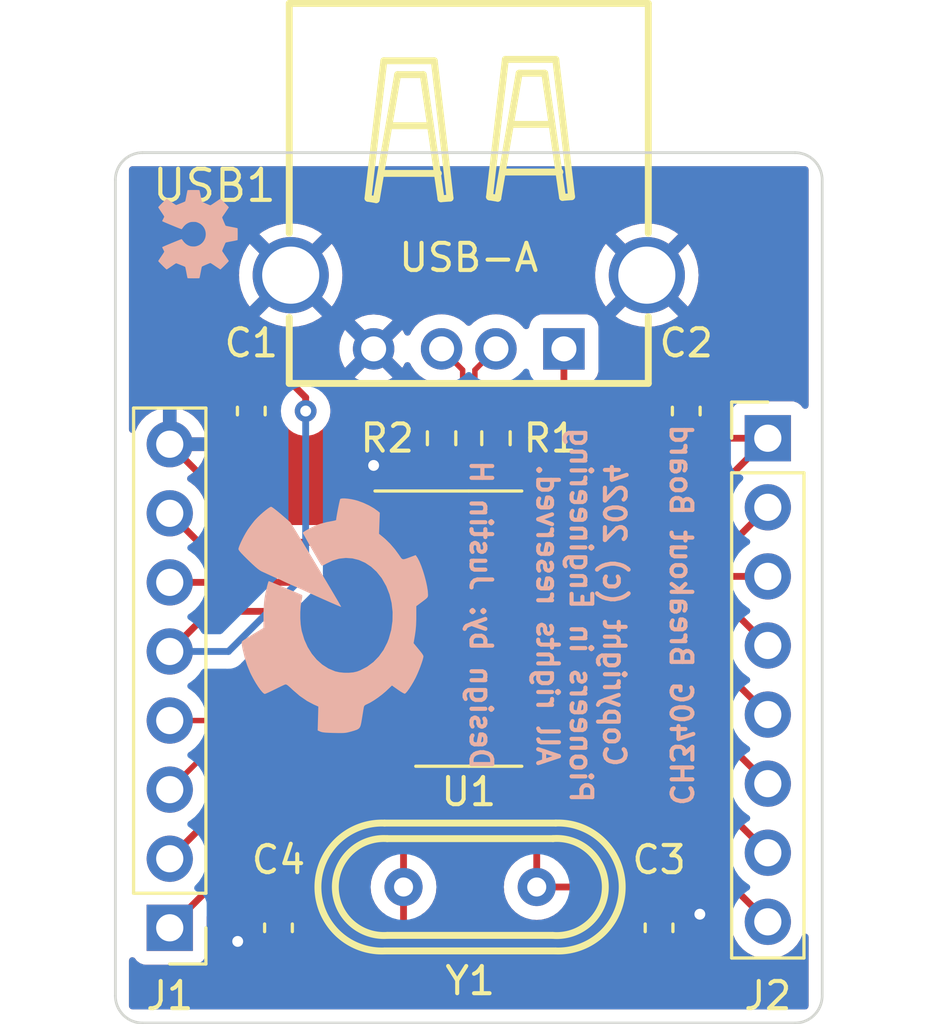
<source format=kicad_pcb>
(kicad_pcb (version 20221018) (generator pcbnew)
  (layers (0 "F.Cu" signal) (31 "B.Cu" signal) (34 "B.Paste" user) (35 "F.Paste" user) (36 "B.SilkS" user "B.Silkscreen") (37 "F.SilkS" user "F.Silkscreen") (38 "B.Mask" user) (39 "F.Mask" user) (44 "Edge.Cuts" user))
  (net 0 "")
  (net 1 "/V3")
  (net 2 "GND")
  (net 3 "/VCC")
  (net 4 "/Xi")
  (net 5 "/Xo")
  (net 6 "/D-")
  (net 7 "/D+")
  (net 8 "/Rx")
  (net 9 "/Tx")
  (net 10 "/R232")
  (net 11 "/RTS")
  (net 12 "/DTR")
  (net 13 "/DCD")
  (net 14 "/RI")
  (net 15 "/DSR")
  (net 16 "/CTS")
  (net 17 "/Data-")
  (net 18 "/Data+")
  (footprint "Package_SO:SOIC-16_3.9x9.9mm_P1.27mm" (layer "F.Cu") (at 70 50)
    (fp_text reference "U1" (at 0 6) (layer "F.SilkS"))
    (fp_text value "CH340G")
    (fp_line (start 0 -5.06) (end -3.45 -5.06) (stroke (width 0.12)) (layer "F.SilkS"))
    (fp_line (start 0 -5.06) (end 1.95 -5.06) (stroke (width 0.12)) (layer "F.SilkS"))
    (fp_line (start 0 5.06) (end -1.95 5.06) (stroke (width 0.12)) (layer "F.SilkS"))
    (fp_line (start 0 5.06) (end 1.95 5.06) (stroke (width 0.12)) (layer "F.SilkS"))
    (pad "1" smd roundrect (at -2.475 -4.445) (size 1.95 0.6) (layers "F.Cu" "F.Paste" "F.Mask") (net 2 "GND"))
    (pad "2" smd roundrect (at -2.475 -3.175) (size 1.95 0.6) (layers "F.Cu" "F.Paste" "F.Mask") (net 9 "/Tx"))
    (pad "3" smd roundrect (at -2.475 -1.905) (size 1.95 0.6) (layers "F.Cu" "F.Paste" "F.Mask") (net 8 "/Rx"))
    (pad "4" smd roundrect (at -2.475 -0.635) (size 1.95 0.6) (layers "F.Cu" "F.Paste" "F.Mask") (net 1 "/V3"))
    (pad "5" smd roundrect (at -2.475 0.635) (size 1.95 0.6) (layers "F.Cu" "F.Paste" "F.Mask") (net 7 "/D+"))
    (pad "6" smd roundrect (at -2.475 1.905) (size 1.95 0.6) (layers "F.Cu" "F.Paste" "F.Mask") (net 6 "/D-"))
    (pad "7" smd roundrect (at -2.475 3.175) (size 1.95 0.6) (layers "F.Cu" "F.Paste" "F.Mask") (net 4 "/Xi"))
    (pad "8" smd roundrect (at -2.475 4.445) (size 1.95 0.6) (layers "F.Cu" "F.Paste" "F.Mask") (net 5 "/Xo"))
    (pad "9" smd roundrect (at 2.475 4.445) (size 1.95 0.6) (layers "F.Cu" "F.Paste" "F.Mask") (net 16 "/CTS"))
    (pad "10" smd roundrect (at 2.475 3.175) (size 1.95 0.6) (layers "F.Cu" "F.Paste" "F.Mask") (net 15 "/DSR"))
    (pad "11" smd roundrect (at 2.475 1.905) (size 1.95 0.6) (layers "F.Cu" "F.Paste" "F.Mask") (net 14 "/RI"))
    (pad "12" smd roundrect (at 2.475 0.635) (size 1.95 0.6) (layers "F.Cu" "F.Paste" "F.Mask") (net 13 "/DCD"))
    (pad "13" smd roundrect (at 2.475 -0.635) (size 1.95 0.6) (layers "F.Cu" "F.Paste" "F.Mask") (net 12 "/DTR"))
    (pad "14" smd roundrect (at 2.475 -1.905) (size 1.95 0.6) (layers "F.Cu" "F.Paste" "F.Mask") (net 11 "/RTS"))
    (pad "15" smd roundrect (at 2.475 -3.175) (size 1.95 0.6) (layers "F.Cu" "F.Paste" "F.Mask") (net 10 "/R232"))
    (pad "16" smd roundrect (at 2.475 -4.445) (size 1.95 0.6) (layers "F.Cu" "F.Paste" "F.Mask") (net 3 "/VCC"))
  )
  (footprint "Capacitor_SMD:C_0603_1608Metric" (layer "F.Cu") (at 77 61 -90)
    (fp_text reference "C3" (at -2.5 0) (layer "F.SilkS"))
    (fp_text value "22pF")
    (fp_line (start -0.14058 -0.51) (end 0.14058 -0.51) (stroke (width 0.12)) (layer "F.SilkS"))
    (fp_line (start -0.14058 0.51) (end 0.14058 0.51) (stroke (width 0.12)) (layer "F.SilkS"))
    (pad "1" smd roundrect (at -0.775 0 270) (size 0.9 0.95) (layers "F.Cu" "F.Paste" "F.Mask") (net 4 "/Xi"))
    (pad "2" smd roundrect (at 0.775 0 270) (size 0.9 0.95) (layers "F.Cu" "F.Paste" "F.Mask") (net 2 "GND"))
  )
  (footprint "Resistor_SMD:R_0603_1608Metric" (layer "F.Cu") (at 69 43 -90)
    (fp_text reference "R2" (at 0 2 -180) (layer "F.SilkS"))
    (fp_text value "22")
    (fp_line (start -0.237258 -0.5225) (end 0.237258 -0.5225) (stroke (width 0.12)) (layer "F.SilkS"))
    (fp_line (start -0.237258 0.5225) (end 0.237258 0.5225) (stroke (width 0.12)) (layer "F.SilkS"))
    (pad "1" smd roundrect (at -0.825 0 270) (size 0.8 0.95) (layers "F.Cu" "F.Paste" "F.Mask") (net 18 "/Data+"))
    (pad "2" smd roundrect (at 0.825 0 270) (size 0.8 0.95) (layers "F.Cu" "F.Paste" "F.Mask") (net 7 "/D+"))
  )
  (footprint "PiE_Footprints:JYJE S1C12000VWFAC" (layer "F.Cu") (at 70.05 59.5 180)
    (fp_text reference "Y1" (at 0 -3.45 unlocked) (layer "F.SilkS"))
    (fp_text value "12MHz")
    (fp_line (start -3.048 -1.778) (end 3.048 -1.778) (stroke (width 0.254)) (layer "F.SilkS"))
    (fp_line (start -3.048 1.778) (end 3.048 1.778) (stroke (width 0.254)) (layer "F.SilkS"))
    (fp_line (start 3.15 -2.35) (end -3.149 -2.35) (stroke (width 0.254)) (layer "F.SilkS"))
    (fp_line (start 3.15 2.35) (end -3.149 2.35) (stroke (width 0.254)) (layer "F.SilkS"))
    (fp_arc (start -3.149 2.351) (mid -5.593799 -0.000125) (end -3.148751 -2.35099) (stroke (width 0.254)) (layer "F.SilkS"))
    (fp_arc (start -3.048 1.779) (mid -4.9725 0.000161) (end -3.048321 -1.779025) (stroke (width 0.254)) (layer "F.SilkS"))
    (fp_arc (start 3.048 -1.778) (mid 4.958601 -0.000784) (end 3.049563 1.778112) (stroke (width 0.254)) (layer "F.SilkS"))
    (fp_arc (start 3.15 -2.351) (mid 5.600042 -0.00065) (end 3.1493 2.348971) (stroke (width 0.254)) (layer "F.SilkS"))
    (pad "1" thru_hole circle (at -2.45 0 180) (size 1.4 1.4) (drill 0.7) (layers "*.Cu" "*.Mask") (net 4 "/Xi"))
    (pad "2" thru_hole circle (at 2.45 0 180) (size 1.4 1.4) (drill 0.7) (layers "*.Cu" "*.Mask") (net 5 "/Xo"))
  )
  (footprint "Resistor_SMD:R_0603_1608Metric" (layer "F.Cu") (at 71 43 -90)
    (fp_text reference "R1" (at 0 -2 -180) (layer "F.SilkS"))
    (fp_text value "22")
    (fp_line (start -0.237258 -0.5225) (end 0.237258 -0.5225) (stroke (width 0.12)) (layer "F.SilkS"))
    (fp_line (start -0.237258 0.5225) (end 0.237258 0.5225) (stroke (width 0.12)) (layer "F.SilkS"))
    (pad "1" smd roundrect (at -0.825 0 270) (size 0.8 0.95) (layers "F.Cu" "F.Paste" "F.Mask") (net 17 "/Data-"))
    (pad "2" smd roundrect (at 0.825 0 270) (size 0.8 0.95) (layers "F.Cu" "F.Paste" "F.Mask") (net 6 "/D-"))
  )
  (footprint "Capacitor_SMD:C_0603_1608Metric" (layer "F.Cu") (at 78 42 90)
    (fp_text reference "C2" (at 2.5 0 180) (layer "F.SilkS"))
    (fp_text value "0.1uF")
    (fp_line (start -0.14058 -0.51) (end 0.14058 -0.51) (stroke (width 0.12)) (layer "F.SilkS"))
    (fp_line (start -0.14058 0.51) (end 0.14058 0.51) (stroke (width 0.12)) (layer "F.SilkS"))
    (pad "1" smd roundrect (at -0.775 0 90) (size 0.9 0.95) (layers "F.Cu" "F.Paste" "F.Mask") (net 3 "/VCC"))
    (pad "2" smd roundrect (at 0.775 0 90) (size 0.9 0.95) (layers "F.Cu" "F.Paste" "F.Mask") (net 2 "GND"))
  )
  (footprint "Connector_PinHeader_2.54mm:PinHeader_1x08_P2.54mm_Vertical" (layer "F.Cu") (at 59 61 180)
    (fp_text reference "J1" (at 0 -2.5) (layer "F.SilkS"))
    (fp_text value "Conn_01x08_Pin")
    (fp_line (start -1.33 -1.33) (end 0 -1.33) (stroke (width 0.12)) (layer "F.SilkS"))
    (fp_line (start -1.33 0) (end -1.33 -1.33) (stroke (width 0.12)) (layer "F.SilkS"))
    (fp_line (start -1.33 1.27) (end -1.33 19.11) (stroke (width 0.12)) (layer "F.SilkS"))
    (fp_line (start -1.33 1.27) (end 1.33 1.27) (stroke (width 0.12)) (layer "F.SilkS"))
    (fp_line (start -1.33 19.11) (end 1.33 19.11) (stroke (width 0.12)) (layer "F.SilkS"))
    (fp_line (start 1.33 1.27) (end 1.33 19.11) (stroke (width 0.12)) (layer "F.SilkS"))
    (pad "1" thru_hole rect (at 0 0 180) (size 1.7 1.7) (drill 1) (layers "*.Cu" "*.Mask") (net 5 "/Xo"))
    (pad "2" thru_hole oval (at 0 2.54 180) (size 1.7 1.7) (drill 1) (layers "*.Cu" "*.Mask") (net 4 "/Xi"))
    (pad "3" thru_hole oval (at 0 5.08 180) (size 1.7 1.7) (drill 1) (layers "*.Cu" "*.Mask") (net 6 "/D-"))
    (pad "4" thru_hole oval (at 0 7.62 180) (size 1.7 1.7) (drill 1) (layers "*.Cu" "*.Mask") (net 7 "/D+"))
    (pad "5" thru_hole oval (at 0 10.16 180) (size 1.7 1.7) (drill 1) (layers "*.Cu" "*.Mask") (net 1 "/V3"))
    (pad "6" thru_hole oval (at 0 12.7 180) (size 1.7 1.7) (drill 1) (layers "*.Cu" "*.Mask") (net 8 "/Rx"))
    (pad "7" thru_hole oval (at 0 15.24 180) (size 1.7 1.7) (drill 1) (layers "*.Cu" "*.Mask") (net 9 "/Tx"))
    (pad "8" thru_hole oval (at 0 17.78 180) (size 1.7 1.7) (drill 1) (layers "*.Cu" "*.Mask") (net 2 "GND"))
  )
  (footprint "Capacitor_SMD:C_0603_1608Metric" (layer "F.Cu") (at 63 61 90)
    (fp_text reference "C4" (at 2.5 0 180) (layer "F.SilkS"))
    (fp_text value "22pF")
    (fp_line (start -0.14058 -0.51) (end 0.14058 -0.51) (stroke (width 0.12)) (layer "F.SilkS"))
    (fp_line (start -0.14058 0.51) (end 0.14058 0.51) (stroke (width 0.12)) (layer "F.SilkS"))
    (pad "1" smd roundrect (at -0.775 0 90) (size 0.9 0.95) (layers "F.Cu" "F.Paste" "F.Mask") (net 5 "/Xo"))
    (pad "2" smd roundrect (at 0.775 0 90) (size 0.9 0.95) (layers "F.Cu" "F.Paste" "F.Mask") (net 2 "GND"))
  )
  (footprint "Connector_PinHeader_2.54mm:PinHeader_1x08_P2.54mm_Vertical" (layer "F.Cu") (at 81 43)
    (fp_text reference "J2" (at 0 20.5) (layer "F.SilkS"))
    (fp_text value "Conn_01x08_Pin")
    (fp_line (start -1.33 -1.33) (end 0 -1.33) (stroke (width 0.12)) (layer "F.SilkS"))
    (fp_line (start -1.33 0) (end -1.33 -1.33) (stroke (width 0.12)) (layer "F.SilkS"))
    (fp_line (start -1.33 1.27) (end -1.33 19.11) (stroke (width 0.12)) (layer "F.SilkS"))
    (fp_line (start -1.33 1.27) (end 1.33 1.27) (stroke (width 0.12)) (layer "F.SilkS"))
    (fp_line (start -1.33 19.11) (end 1.33 19.11) (stroke (width 0.12)) (layer "F.SilkS"))
    (fp_line (start 1.33 1.27) (end 1.33 19.11) (stroke (width 0.12)) (layer "F.SilkS"))
    (pad "1" thru_hole rect (at 0 0) (size 1.7 1.7) (drill 1) (layers "*.Cu" "*.Mask") (net 3 "/VCC"))
    (pad "2" thru_hole oval (at 0 2.54) (size 1.7 1.7) (drill 1) (layers "*.Cu" "*.Mask") (net 10 "/R232"))
    (pad "3" thru_hole oval (at 0 5.08) (size 1.7 1.7) (drill 1) (layers "*.Cu" "*.Mask") (net 11 "/RTS"))
    (pad "4" thru_hole oval (at 0 7.62) (size 1.7 1.7) (drill 1) (layers "*.Cu" "*.Mask") (net 12 "/DTR"))
    (pad "5" thru_hole oval (at 0 10.16) (size 1.7 1.7) (drill 1) (layers "*.Cu" "*.Mask") (net 13 "/DCD"))
    (pad "6" thru_hole oval (at 0 12.7) (size 1.7 1.7) (drill 1) (layers "*.Cu" "*.Mask") (net 14 "/RI"))
    (pad "7" thru_hole oval (at 0 15.24) (size 1.7 1.7) (drill 1) (layers "*.Cu" "*.Mask") (net 15 "/DSR"))
    (pad "8" thru_hole oval (at 0 17.78) (size 1.7 1.7) (drill 1) (layers "*.Cu" "*.Mask") (net 16 "/CTS"))
  )
  (footprint "PiE_Footprints:USB-A_female" (layer "F.Cu") (at 70 38.36 180)
    (fp_text reference "USB1" (at 7 4.645) (layer "F.SilkS") (effects (font (size 1.143 1.143) (thickness 0.152)) (justify right)))
    (fp_text value "USB_Type_A" hide)
    (fp_text user "USB-A" (at 0 2) (layer "F.SilkS"))
    (fp_line (start -6.604 -2.625) (end -6.604 -0.175) (stroke (width 0.254)) (layer "F.SilkS"))
    (fp_line (start -6.604 -2.625) (end 6.604 -2.625) (stroke (width 0.254)) (layer "F.SilkS"))
    (fp_line (start -6.604 11.345) (end -6.604 2.9) (stroke (width 0.254)) (layer "F.SilkS"))
    (fp_line (start -3.782 4.241) (end -3.2 9.288) (stroke (width 0.254)) (layer "F.SilkS"))
    (fp_line (start -3.449 4.215) (end -3.782 4.241) (stroke (width 0.254)) (layer "F.SilkS"))
    (fp_line (start -3.353 5.147) (end -1.27 5.147) (stroke (width 0.254)) (layer "F.SilkS"))
    (fp_line (start -3.2 9.288) (end -1.346 9.288) (stroke (width 0.254)) (layer "F.SilkS"))
    (fp_line (start -3.023 6.9) (end -1.575 6.9) (stroke (width 0.254)) (layer "F.SilkS"))
    (fp_line (start -2.794 8.78) (end -3.449 4.215) (stroke (width 0.254)) (layer "F.SilkS"))
    (fp_line (start -1.854 8.78) (end -2.794 8.78) (stroke (width 0.254)) (layer "F.SilkS"))
    (fp_line (start -1.346 9.288) (end -0.762 4.233) (stroke (width 0.254)) (layer "F.SilkS"))
    (fp_line (start -1.067 4.182) (end -1.854 8.78) (stroke (width 0.254)) (layer "F.SilkS"))
    (fp_line (start -0.762 4.233) (end -1.067 4.182) (stroke (width 0.254)) (layer "F.SilkS"))
    (fp_line (start 0.688 4.19) (end 1.021 4.164) (stroke (width 0.254)) (layer "F.SilkS"))
    (fp_line (start 1.021 4.164) (end 1.676 8.729) (stroke (width 0.254)) (layer "F.SilkS"))
    (fp_line (start 1.118 5.097) (end 3.2 5.097) (stroke (width 0.254)) (layer "F.SilkS"))
    (fp_line (start 1.27 9.237) (end 0.688 4.19) (stroke (width 0.254)) (layer "F.SilkS"))
    (fp_line (start 1.448 6.849) (end 2.896 6.849) (stroke (width 0.254)) (layer "F.SilkS"))
    (fp_line (start 1.676 8.729) (end 2.616 8.729) (stroke (width 0.254)) (layer "F.SilkS"))
    (fp_line (start 2.616 8.729) (end 3.404 4.131) (stroke (width 0.254)) (layer "F.SilkS"))
    (fp_line (start 3.124 9.237) (end 1.27 9.237) (stroke (width 0.254)) (layer "F.SilkS"))
    (fp_line (start 3.404 4.131) (end 3.708 4.182) (stroke (width 0.254)) (layer "F.SilkS"))
    (fp_line (start 3.708 4.182) (end 3.124 9.237) (stroke (width 0.254)) (layer "F.SilkS"))
    (fp_line (start 6.604 -2.625) (end 6.604 -0.2) (stroke (width 0.254)) (layer "F.SilkS"))
    (fp_line (start 6.604 11.345) (end -6.604 11.345) (stroke (width 0.254)) (layer "F.SilkS"))
    (fp_line (start 6.604 11.345) (end 6.604 2.9) (stroke (width 0.254)) (layer "F.SilkS"))
    (pad "1" thru_hole rect (at -3.5 -1.355 180) (size 1.524 1.524) (drill 0.92) (layers "*.Cu" "*.Mask") (net 3 "/VCC"))
    (pad "2" thru_hole circle (at -1 -1.355 180) (size 1.524 1.524) (drill 0.92) (layers "*.Cu" "*.Mask") (net 17 "/Data-"))
    (pad "3" thru_hole circle (at 1 -1.355 180) (size 1.524 1.524) (drill 0.92) (layers "*.Cu" "*.Mask") (net 18 "/Data+"))
    (pad "4" thru_hole circle (at 3.5 -1.355 180) (size 1.524 1.524) (drill 0.92) (layers "*.Cu" "*.Mask") (net 2 "GND"))
    (pad "5" thru_hole circle (at 6.55 1.355 180) (size 2.8 2.8) (drill 2.1) (layers "*.Cu" "*.Mask") (net 2 "GND"))
    (pad "6" thru_hole circle (at -6.55 1.355 180) (size 2.8 2.8) (drill 2.1) (layers "*.Cu" "*.Mask") (net 2 "GND"))
  )
  (footprint "Capacitor_SMD:C_0603_1608Metric" (layer "F.Cu") (at 62 42 -90)
    (fp_text reference "C1" (at -2.5 0) (layer "F.SilkS"))
    (fp_text value "0.01uF")
    (fp_line (start -0.14058 -0.51) (end 0.14058 -0.51) (stroke (width 0.12)) (layer "F.SilkS"))
    (fp_line (start -0.14058 0.51) (end 0.14058 0.51) (stroke (width 0.12)) (layer "F.SilkS"))
    (pad "1" smd roundrect (at -0.775 0 270) (size 0.9 0.95) (layers "F.Cu" "F.Paste" "F.Mask") (net 1 "/V3"))
    (pad "2" smd roundrect (at 0.775 0 270) (size 0.9 0.95) (layers "F.Cu" "F.Paste" "F.Mask") (net 2 "GND"))
  )
  (footprint "PiE_Footprints:Open Source Hardware 3mm" (layer "B.Cu") (at 60 35.5 90)
    (fp_text reference "G***" hide)
    (fp_text value "LOGO" hide)
    (fp_poly (pts (xy 0.027798 1.499964) (xy 0.069666 1.499775) (xy 0.109181 1.499409) (xy 0.144861 1.498865) (xy 0.175224 1.498144) (xy 0.198786 1.497246) (xy 0.214066 1.49617) (xy 0.219388 1.495147) (xy 0.222698 1.488308) (xy 0.227617 1.47093) (xy 0.234158 1.442951) (xy 0.242333 1.40431) (xy 0.252157 1.354946) (xy 0.263643 1.294797) (xy 0.266874 1.277537) (xy 0.277582 1.220659) (xy 0.28664 1.173769) (xy 0.294239 1.13602) (xy 0.300569 1.106564) (xy 0.305819 1.084553) (xy 0.31018 1.069141) (xy 0.313841 1.059479) (xy 0.316764 1.054932) (xy 0.323761 1.050884) (xy 0.339336 1.043418) (xy 0.361867 1.033218) (xy 0.389736 1.020967) (xy 0.421322 1.00735) (xy 0.455006 0.993051) (xy 0.489167 0.978752) (xy 0.522187 0.965139) (xy 0.552444 0.952895) (xy 0.57832 0.942704) (xy 0.598195 0.93525) (xy 0.608414 0.931798) (xy 0.622949 0.931272) (xy 0.631482 0.933962) (xy 0.638399 0.938334) (xy 0.65328 0.948204) (xy 0.675036 0.962835) (xy 0.70258 0.98149) (xy 0.734822 1.003433) (xy 0.770677 1.027926) (xy 0.808918 1.05414) (xy 0.847252 1.080373) (xy 0.883047 1.104702) (xy 0.915219 1.126402) (xy 0.942684 1.144751) (xy 0.96436 1.159023) (xy 0.979163 1.168496) (xy 0.98601 1.172445) (xy 0.986014 1.172446) (xy 0.989982 1.172252) (xy 0.996337 1.168994) (xy 1.005772 1.162043) (xy 1.018979 1.150771) (xy 1.036651 1.134547) (xy 1.059479 1.112742) (xy 1.088156 1.084728) (xy 1.123375 1.049875) (xy 1.149504 1.023853) (xy 1.183229 0.990019) (xy 1.214377 0.958407) (xy 1.242111 0.929895) (xy 1.265593 0.90536) (xy 1.283986 0.88568) (xy 1.296452 0.871731) (xy 1.302152 0.864392) (xy 1.302423 0.863668) (xy 1.299408 0.857567) (xy 1.290814 0.843464) (xy 1.277321 0.822392) (xy 1.259608 0.795386) (xy 1.238353 0.763478) (xy 1.214236 0.727702) (xy 1.187935 0.689092) (xy 1.183355 0.682407) (xy 1.147575 0.629843) (xy 1.118111 0.585722) (xy 1.09501 0.55012) (xy 1.078321 0.52311) (xy 1.068089 0.504768) (xy 1.064363 0.495167) (xy 1.064347 0.494811) (xy 1.066537 0.485713) (xy 1.072608 0.468274) (xy 1.081872 0.444095) (xy 1.093642 0.414777) (xy 1.107228 0.381925) (xy 1.121941 0.347139) (xy 1.137095 0.312021) (xy 1.151999 0.278175) (xy 1.165966 0.247201) (xy 1.178307 0.220703) (xy 1.188334 0.200283) (xy 1.195357 0.187541) (xy 1.197768 0.184316) (xy 1.206032 0.180607) (xy 1.224338 0.175425) (xy 1.252846 0.168734) (xy 1.291717 0.160497) (xy 1.341113 0.150681) (xy 1.401195 0.139249) (xy 1.408922 0.137806) (xy 1.454784 0.129116) (xy 1.497417 0.120772) (xy 1.535566 0.11304) (xy 1.567979 0.106183) (xy 1.593403 0.100469) (xy 1.610586 0.096161) (xy 1.618274 0.093527) (xy 1.618396 0.093436) (xy 1.620525 0.090413) (xy 1.622263 0.084551) (xy 1.623648 0.074844) (xy 1.624717 0.060286) (xy 1.625509 0.039869) (xy 1.62606 0.012588) (xy 1.62641 -0.022565) (xy 1.626596 -0.066596) (xy 1.626655 -0.120512) (xy 1.626655 -0.126396) (xy 1.626589 -0.182352) (xy 1.626371 -0.22825) (xy 1.625969 -0.265018) (xy 1.625352 -0.293589) (xy 1.624487 -0.314892) (xy 1.623345 -0.329858) (xy 1.621892 -0.339419) (xy 1.620099 -0.344505) (xy 1.619248 -0.34552) (xy 1.61229 -0.347912) (xy 1.595784 -0.351985) (xy 1.571 -0.357476) (xy 1.539207 -0.364118) (xy 1.501674 -0.371645) (xy 1.459671 -0.379793) (xy 1.41729 -0.387772) (xy 1.37202 -0.396319) (xy 1.329835 -0.404562) (xy 1.292041 -0.412226) (xy 1.259945 -0.419034) (xy 1.234851 -0.424708) (xy 1.218067 -0.428974) (xy 1.211082 -0.431419) (xy 1.205439 -0.438422) (xy 1.19692 -0.454154) (xy 1.185365 -0.47897) (xy 1.170614 -0.513223) (xy 1.152507 -0.557268) (xy 1.13867 -0.591799) (xy 1.12321 -0.630797) (xy 1.108985 -0.666888) (xy 1.096529 -0.698696) (xy 1.08638 -0.724845) (xy 1.079072 -0.743958) (xy 1.075142 -0.754662) (xy 1.074697 -0.756044) (xy 1.074009 -0.759867) (xy 1.074406 -0.764425) (xy 1.076415 -0.770566) (xy 1.080564 -0.779139) (xy 1.087382 -0.790992) (xy 1.097397 -0.806974) (xy 1.111138 -0.827932) (xy 1.129131 -0.854715) (xy 1.151905 -0.888172) (xy 1.179989 -0.92915) (xy 1.206198 -0.967285) (xy 1.229709 -1.001678) (xy 1.251194 -1.033499) (xy 1.269851 -1.061528) (xy 1.284876 -1.084544) (xy 1.295467 -1.101327) (xy 1.30082 -1.110657) (xy 1.301277 -1.11179) (xy 1.298177 -1.118141) (xy 1.288125 -1.131022) (xy 1.272148 -1.149401) (xy 1.251271 -1.172246) (xy 1.226519 -1.198526) (xy 1.198919 -1.22721) (xy 1.169496 -1.257266) (xy 1.139275 -1.287662) (xy 1.109282 -1.317367) (xy 1.080544 -1.34535) (xy 1.054085 -1.370578) (xy 1.030931 -1.392021) (xy 1.012108 -1.408647) (xy 0.998642 -1.419425) (xy 0.991558 -1.423323) (xy 0.991508 -1.423323) (xy 0.984382 -1.420295) (xy 0.969359 -1.411685) (xy 0.947553 -1.398206) (xy 0.920077 -1.380572) (xy 0.888043 -1.359496) (xy 0.852566 -1.33569) (xy 0.819913 -1.313414) (xy 0.776261 -1.283667) (xy 0.737712 -1.257912) (xy 0.704978 -1.236602) (xy 0.678776 -1.220191) (xy 0.659819 -1.209135) (xy 0.648821 -1.203886) (xy 0.647 -1.203505) (xy 0.637724 -1.206023) (xy 0.620901 -1.212952) (xy 0.598586 -1.22336) (xy 0.572837 -1.236312) (xy 0.560636 -1.242743) (xy 0.529759 -1.258878) (xy 0.507141 -1.269751) (xy 0.491661 -1.275826) (xy 0.4822 -1.277569) (xy 0.478896 -1.276699) (xy 0.475174 -1.270671) (xy 0.467801 -1.255474) (xy 0.457189 -1.232115) (xy 0.443756 -1.201601) (xy 0.427916 -1.164939) (xy 0.410084 -1.123135) (xy 0.390676 -1.077198) (xy 0.370108 -1.028134) (xy 0.348794 -0.976949) (xy 0.32715 -0.924652) (xy 0.305591 -0.872248) (xy 0.284532 -0.820745) (xy 0.26439 -0.77115) (xy 0.245579 -0.72447) (xy 0.228514 -0.681712) (xy 0.213611 -0.643883) (xy 0.201285 -0.611989) (xy 0.191952 -0.587038) (xy 0.186026 -0.570037) (xy 0.183924 -0.561993) (xy 0.183964 -0.561622) (xy 0.189693 -0.554677) (xy 0.202504 -0.543626) (xy 0.220212 -0.530266) (xy 0.232014 -0.522068) (xy 0.290573 -0.478067) (xy 0.339334 -0.431224) (xy 0.379362 -0.380349) (xy 0.411726 -0.32425) (xy 0.41461 -0.318249) (xy 0.429222 -0.285253) (xy 0.439758 -0.2556) (xy 0.446815 -0.226276) (xy 0.450991 -0.194266) (xy 0.452883 -0.156554) (xy 0.453165 -0.123648) (xy 0.452955 -0.091125) (xy 0.452264 -0.066786) (xy 0.450714 -0.047827) (xy 0.447926 -0.03144) (xy 0.443524 -0.014821) (xy 0.437128 0.004838) (xy 0.435024 0.010991) (xy 0.407298 0.077308) (xy 0.372105 0.135934) (xy 0.328813 0.187788) (xy 0.286809 0.225909) (xy 0.230448 0.264526) (xy 0.169767 0.293644) (xy 0.105979 0.313265) (xy 0.040293 0.323388) (xy -0.026078 0.324013) (xy -0.091922 0.31514) (xy -0.15603 0.296769) (xy -0.217189 0.2689) (xy -0.274188 0.231533) (xy -0.281314 0.225909) (xy -0.332774 0.177551) (xy -0.375808 0.122573) (xy -0.409836 0.061958) (xy -0.434275 -0.00331) (xy -0.445444 -0.051683) (xy -0.448665 -0.081383) (xy -0.449671 -0.117643) (xy -0.448621 -0.156684) (xy -0.445676 -0.194728) (xy -0.440995 -0.227998) (xy -0.437296 -0.244548) (xy -0.41393 -0.309466) (xy -0.380481 -0.370314) (xy -0.337203 -0.426757) (xy -0.28435 -0.47846) (xy -0.22672 -0.522068) (xy -0.207101 -0.535925) (xy -0.191097 -0.548536) (xy -0.180893 -0.558111) (xy -0.178475 -0.561622) (xy -0.179968 -0.568238) (xy -0.185346 -0.583961) (xy -0.194195 -0.607785) (xy -0.206098 -0.638703) (xy -0.22064 -0.675708) (xy -0.237407 -0.717792) (xy -0.255982 -0.763948) (xy -0.275951 -0.813171) (xy -0.296898 -0.864452) (xy -0.318408 -0.916785) (xy -0.340066 -0.969162) (xy -0.361455 -1.020577) (xy -0.382162 -1.070023) (xy -0.401769 -1.116493) (xy -0.419864 -1.158979) (xy -0.436029 -1.196476) (xy -0.449849 -1.227975) (xy -0.46091 -1.25247) (xy -0.468796 -1.268954) (xy -0.473092 -1.276419) (xy -0.4734 -1.276699) (xy -0.479731 -1.277378) (xy -0.491393 -1.27401) (xy -0.509507 -1.26613) (xy -0.535195 -1.253271) (xy -0.555141 -1.242743) (xy -0.581767 -1.228949) (xy -0.605887 -1.217277) (xy -0.625444 -1.208661) (xy -0.638382 -1.204036) (xy -0.641505 -1.203505) (xy -0.649583 -1.206639) (xy -0.665867 -1.215738) (xy -0.689644 -1.230348) (xy -0.720199 -1.250015) (xy -0.756818 -1.274284) (xy -0.798786 -1.302702) (xy -0.814418 -1.313414) (xy -0.851978 -1.339008) (xy -0.887059 -1.36249) (xy -0.918547 -1.383147) (xy -0.945329 -1.400267) (xy -0.966292 -1.413135) (xy -0.980322 -1.421039) (xy -0.986013 -1.423323) (xy -0.992959 -1.419793) (xy -1.006445 -1.409095) (xy -1.026646 -1.391065) (xy -1.053738 -1.365541) (xy -1.087894 -1.332361) (xy -1.129291 -1.29136) (xy -1.148055 -1.272595) (xy -1.189074 -1.231292) (xy -1.222642 -1.197063) (xy -1.249244 -1.169381) (xy -1.269363 -1.147717) (xy -1.283486 -1.131543) (xy -1.292098 -1.120331) (xy -1.295684 -1.113553) (xy -1.295782 -1.11179) (xy -1.292088 -1.104836) (xy -1.282926 -1.090077) (xy -1.269097 -1.068733) (xy -1.251405 -1.042025) (xy -1.230653 -1.011172) (xy -1.207643 -0.977396) (xy -1.200702 -0.967285) (xy -1.168064 -0.919783) (xy -1.141151 -0.880472) (xy -1.119435 -0.848502) (xy -1.102389 -0.823026) (xy -1.089483 -0.803195) (xy -1.080191 -0.78816) (xy -1.073983 -0.777074) (xy -1.070332 -0.769088) (xy -1.068709 -0.763354) (xy -1.068587 -0.759023) (xy -1.069202 -0.756044) (xy -1.071993 -0.748184) (xy -1.078326 -0.731494) (xy -1.087664 -0.707348) (xy -1.099472 -0.677123) (xy -1.113213 -0.642195) (xy -1.128353 -0.603939) (xy -1.133174 -0.591799) (xy -1.153579 -0.541112) (xy -1.170522 -0.500449) (xy -1.184165 -0.469457) (xy -1.194666 -0.447781) (xy -1.202185 -0.435068) (xy -1.205586 -0.431419) (xy -1.213557 -0.428697) (xy -1.23104 -0.424311) (xy -1.256729 -0.418537) (xy -1.289319 -0.411653) (xy -1.327504 -0.403934) (xy -1.369978 -0.395656) (xy -1.411794 -0.387772) (xy -1.45684 -0.379284) (xy -1.498606 -0.371166) (xy -1.535826 -0.363685) (xy -1.567228 -0.357106) (xy -1.591544 -0.351694) (xy -1.607504 -0.347715) (xy -1.613753 -0.34552) (xy -1.615697 -0.342016) (xy -1.617287 -0.334423) (xy -1.618554 -0.32181) (xy -1.61953 -0.303245) (xy -1.620246 -0.277799) (xy -1.620733 -0.244541) (xy -1.621024 -0.20254) (xy -1.621149 -0.150865) (xy -1.62116 -0.126396) (xy -1.621111 -0.071452) (xy -1.62094 -0.026492) (xy -1.620608 0.009491) (xy -1.620078 0.037503) (xy -1.619311 0.058551) (xy -1.618271 0.073642) (xy -1.616919 0.083782) (xy -1.615218 0.089978) (xy -1.613129 0.093236) (xy -1.6129 0.093436) (xy -1.605769 0.095971) (xy -1.589075 0.100194) (xy -1.564071 0.105838) (xy -1.532008 0.112638) (xy -1.494141 0.12033) (xy -1.451722 0.128648) (xy -1.406004 0.137325) (xy -1.403426 0.137806) (xy -1.342085 0.149429) (xy -1.291448 0.159433) (xy -1.251355 0.167852) (xy -1.221644 0.174722) (xy -1.202155 0.180078) (xy -1.192726 0.183957) (xy -1.192273 0.184316) (xy -1.187287 0.191917) (xy -1.178902 0.208119) (xy -1.167808 0.231319) (xy -1.154691 0.259916) (xy -1.140242 0.292306) (xy -1.125147 0.326889) (xy -1.110097 0.362061) (xy -1.095778 0.396221) (xy -1.082881 0.427766) (xy -1.072092 0.455095) (xy -1.064101 0.476605) (xy -1.059596 0.490694) (xy -1.058852 0.494811) (xy -1.062102 0.503772) (xy -1.071861 0.521481) (xy -1.088082 0.547862) (xy -1.110717 0.58284) (xy -1.139719 0.626343) (xy -1.175041 0.678295) (xy -1.17786 0.682407) (xy -1.20446 0.721391) (xy -1.228991 0.757715) (xy -1.250774 0.790344) (xy -1.269129 0.818246) (xy -1.283378 0.840386) (xy -1.292841 0.855731) (xy -1.29684 0.863247) (xy -1.296928 0.863668) (xy -1.293155 0.869113) (xy -1.282397 0.881399) (xy -1.265489 0.89965) (xy -1.243271 0.922987) (xy -1.216579 0.950533) (xy -1.186252 0.981411) (xy -1.153127 1.014742) (xy -1.144009 1.023853) (xy -1.104268 1.063384) (xy -1.071509 1.095677) (xy -1.045039 1.121359) (xy -1.024167 1.141061) (xy -1.008199 1.155411) (xy -0.996444 1.165039) (xy -0.98821 1.170573) (xy -0.982803 1.172644) (xy -0.980519 1.172446) (xy -0.973687 1.168508) (xy -0.958898 1.159044) (xy -0.937233 1.144779) (xy -0.909776 1.126438) (xy -0.877612 1.104743) (xy -0.841822 1.080418) (xy -0.803492 1.054187) (xy -0.803423 1.05414) (xy -0.765052 1.027838) (xy -0.729208 1.003352) (xy -0.69698 0.981419) (xy -0.669455 0.962777) (xy -0.64772 0.948161) (xy -0.632866 0.938309) (xy -0.625987 0.933962) (xy -0.611941 0.930755) (xy -0.602919 0.931798) (xy -0.588688 0.936702) (xy -0.567219 0.94487) (xy -0.540133 0.955618) (xy -0.509049 0.96826) (xy -0.475589 0.982112) (xy -0.441371 0.996491) (xy -0.408016 1.01071) (xy -0.377145 1.024087) (xy -0.350376 1.035935) (xy -0.329331 1.045572) (xy -0.315629 1.052312) (xy -0.311121 1.055079) (xy -0.307939 1.060067) (xy -0.304295 1.069739) (xy -0.299993 1.084971) (xy -0.294837 1.106635) (xy -0.288632 1.135604) (xy -0.281182 1.172753) (xy -0.272291 1.218954) (xy -0.261765 1.275081) (xy -0.261287 1.27765) (xy -0.249531 1.340036) (xy -0.239427 1.391701) (xy -0.230945 1.432782) (xy -0.224055 1.46342) (xy -0.218728 1.483753) (xy -0.214932 1.493922) (xy -0.213948 1.495112) (xy -0.206627 1.496336) (xy -0.189799 1.497384) (xy -0.164946 1.498256) (xy -0.133551 1.498951) (xy -0.097097 1.499469) (xy -0.057066 1.499811) (xy -0.01494 1.499976)) (fill solid) (layer "B.SilkS"))
  )
  (footprint "PiE_Footprints:PiE Logo 7mm" (layer "B.Cu") (at 65 49.5 90)
    (fp_text reference "G***" hide)
    (fp_text value "LOGO" hide)
    (fp_poly (pts (xy 0.320659 0.296714) (xy 0.379842 0.264202) (xy 0.472238 0.211336) (xy 0.593987 0.140441) (xy 0.741225 0.053843) (xy 0.910093 -0.04613) (xy 1.096728 -0.157154) (xy 1.297269 -0.276901) (xy 1.507855 -0.403047) (xy 1.724624 -0.533264) (xy 1.943714 -0.665227) (xy 2.161265 -0.796609) (xy 2.373415 -0.925085) (xy 2.576302 -1.048329) (xy 2.766065 -1.164014) (xy 2.938842 -1.269814) (xy 3.090773 -1.363403) (xy 3.217995 -1.442455) (xy 3.316648 -1.504644) (xy 3.382869 -1.547645) (xy 3.412797 -1.569129) (xy 3.413552 -1.569898) (xy 3.573139 -1.751069) (xy 3.709119 -1.909231) (xy 3.819677 -2.042143) (xy 3.902997 -2.147558) (xy 3.957265 -2.223233) (xy 3.980666 -2.266925) (xy 3.981492 -2.272096) (xy 3.96546 -2.314132) (xy 3.921635 -2.382195) (xy 3.856417 -2.468673) (xy 3.776211 -2.56595) (xy 3.687417 -2.666415) (xy 3.596439 -2.762453) (xy 3.50968 -2.846453) (xy 3.46671 -2.884233) (xy 3.364472 -2.96626) (xy 3.249208 -3.052941) (xy 3.143859 -3.127091) (xy 3.132223 -3.134825) (xy 3.027435 -3.199576) (xy 2.908442 -3.266231) (xy 2.784456 -3.330389) (xy 2.664693 -3.387645) (xy 2.558368 -3.433597) (xy 2.474696 -3.463841) (xy 2.42289 -3.473976) (xy 2.422474 -3.473956) (xy 2.389699 -3.461746) (xy 2.33917 -3.425823) (xy 2.267629 -3.36329) (xy 2.171817 -3.271252) (xy 2.048475 -3.146813) (xy 2.01124 -3.108531) (xy 1.876265 -2.967218) (xy 1.772381 -2.853251) (xy 1.695344 -2.761532) (xy 1.640913 -2.686961) (xy 1.604845 -2.62444) (xy 1.600102 -2.614353) (xy 1.560527 -2.527603) (xy 1.510498 -2.418565) (xy 1.459755 -2.308462) (xy 1.451478 -2.290557) (xy 1.405533 -2.189509) (xy 1.362722 -2.092383) (xy 1.330718 -2.016658) (xy 1.325155 -2.002738) (xy 1.297982 -1.937534) (xy 1.275592 -1.890837) (xy 1.270747 -1.882814) (xy 1.255372 -1.853168) (xy 1.224709 -1.78822) (xy 1.182739 -1.696593) (xy 1.133445 -1.586913) (xy 1.115717 -1.547025) (xy 1.059717 -1.420911) (xy 1.004914 -1.297926) (xy 0.95705 -1.190927) (xy 0.921866 -1.112768) (xy 0.917572 -1.103305) (xy 0.804178 -0.85309) (xy 0.698383 -0.618209) (xy 0.601708 -0.402127) (xy 0.515673 -0.208307) (xy 0.441802 -0.040216) (xy 0.381613 0.098682) (xy 0.33663 0.204923) (xy 0.308373 0.275041) (xy 0.298364 0.305573) (xy 0.29855 0.306546)) (fill solid) (layer "B.SilkS"))
    (fp_poly (pts (xy 0.890421 3.492317) (xy 1.056831 3.465909) (xy 1.242092 3.425608) (xy 1.435919 3.374451) (xy 1.628028 3.315477) (xy 1.808136 3.251723) (xy 1.965959 3.186226) (xy 2.091212 3.122024) (xy 2.135399 3.093521) (xy 2.203004 3.045383) (xy 2.129591 2.847857) (xy 2.085822 2.730048) (xy 2.058968 2.647673) (xy 2.050848 2.590633) (xy 2.06328 2.548829) (xy 2.098081 2.512162) (xy 2.157072 2.470534) (xy 2.202994 2.440199) (xy 2.417122 2.283804) (xy 2.619366 2.109456) (xy 2.795117 1.930114) (xy 2.848453 1.867603) (xy 2.986119 1.699161) (xy 3.373398 1.713444) (xy 3.760677 1.727728) (xy 3.82089 1.65617) (xy 3.926831 1.509664) (xy 4.029501 1.329976) (xy 4.121801 1.131739) (xy 4.196631 0.929587) (xy 4.230228 0.812358) (xy 4.257881 0.683805) (xy 4.277021 0.557384) (xy 4.286997 0.442853) (xy 4.287157 0.349968) (xy 4.276848 0.288487) (xy 4.266371 0.271503) (xy 4.236143 0.260952) (xy 4.168657 0.244243) (xy 4.073932 0.22334) (xy 3.961987 0.20021) (xy 3.842842 0.176817) (xy 3.726515 0.155127) (xy 3.623026 0.137106) (xy 3.542393 0.124718) (xy 3.494636 0.119931) (xy 3.493691 0.119925) (xy 3.481515 0.098861) (xy 3.468432 0.046594) (xy 3.465526 0.029981) (xy 3.416213 -0.228036) (xy 3.356971 -0.453521) (xy 3.307596 -0.595436) (xy 3.266331 -0.691219) (xy 3.216555 -0.794314) (xy 3.163388 -0.895564) (xy 3.11195 -0.985813) (xy 3.067362 -1.055905) (xy 3.034745 -1.096685) (xy 3.023585 -1.103305) (xy 2.997671 -1.091828) (xy 2.93685 -1.059875) (xy 2.847636 -1.011163) (xy 2.736545 -0.949405) (xy 2.610093 -0.878319) (xy 2.474794 -0.80162) (xy 2.337163 -0.723024) (xy 2.203717 -0.646246) (xy 2.08097 -0.575003) (xy 1.975438 -0.51301) (xy 1.893635 -0.463982) (xy 1.842077 -0.431636) (xy 1.828008 -0.421449) (xy 1.815869 -0.397634) (xy 1.823825 -0.359592) (xy 1.854984 -0.297537) (xy 1.881954 -0.25159) (xy 1.999833 -0.012979) (xy 2.071656 0.231276) (xy 2.098413 0.477453) (xy 2.081093 0.721833) (xy 2.020688 0.960693) (xy 1.918188 1.190313) (xy 1.774583 1.406972) (xy 1.590862 1.606949) (xy 1.368017 1.786523) (xy 1.333259 1.810152) (xy 1.054926 1.967121) (xy 0.754855 2.084382) (xy 0.438922 2.161454) (xy 0.112999 2.197857) (xy -0.217039 2.193109) (xy -0.545318 2.146729) (xy -0.865964 2.058237) (xy -1.011799 2.002197) (xy -1.280664 1.864939) (xy -1.520485 1.693345) (xy -1.727831 1.491005) (xy -1.899268 1.261511) (xy -2.031366 1.008454) (xy -2.077198 0.887441) (xy -2.108353 0.750615) (xy -2.123115 0.585499) (xy -2.121647 0.408828) (xy -2.104109 0.237336) (xy -2.070662 0.087756) (xy -2.069467 0.083947) (xy -1.967171 -0.160943) (xy -1.823122 -0.387373) (xy -1.640954 -0.592401) (xy -1.424304 -0.773085) (xy -1.176808 -0.926482) (xy -0.902101 -1.049652) (xy -0.603821 -1.139651) (xy -0.53966 -1.153827) (xy -0.34403 -1.183049) (xy -0.122117 -1.197504) (xy 0.107871 -1.19719) (xy 0.327725 -1.1821) (xy 0.51056 -1.154087) (xy 0.611492 -1.133647) (xy 0.675531 -1.123772) (xy 0.71252 -1.124226) (xy 0.732305 -1.13477) (xy 0.741436 -1.148503) (xy 0.756924 -1.182444) (xy 0.787019 -1.251842) (xy 0.828788 -1.349686) (xy 0.879297 -1.468966) (xy 0.935614 -1.602669) (xy 0.994804 -1.743784) (xy 1.053935 -1.8853) (xy 1.110074 -2.020206) (xy 1.160288 -2.141491) (xy 1.201642 -2.242142) (xy 1.231205 -2.315149) (xy 1.246042 -2.353501) (xy 1.247214 -2.357465) (xy 1.22517 -2.370479) (xy 1.165044 -2.390377) (xy 1.075847 -2.414915) (xy 0.96659 -2.441843) (xy 0.846284 -2.468916) (xy 0.723939 -2.493886) (xy 0.635599 -2.509995) (xy 0.476726 -2.531039) (xy 0.287921 -2.544422) (xy 0.06184 -2.550591) (xy -0.039044 -2.551139) (xy -0.473838 -2.551272) (xy -0.706594 -2.940775) (xy -0.781565 -3.063875) (xy -0.850375 -3.172457) (xy -0.908552 -3.259813) (xy -0.951625 -3.319231) (xy -0.975125 -3.344003) (xy -0.975319 -3.344082) (xy -1.00628 -3.35289) (xy -1.044177 -3.355005) (xy -1.098882 -3.349398) (xy -1.180264 -3.335041) (xy -1.298192 -3.310905) (xy -1.302633 -3.30997) (xy -1.577997 -3.240639) (xy -1.852906 -3.150561) (xy -2.107483 -3.046536) (xy -2.194618 -3.004832) (xy -2.353413 -2.920879) (xy -2.50248 -2.834066) (xy -2.636098 -2.748445) (xy -2.748548 -2.668068) (xy -2.834111 -2.596987) (xy -2.887068 -2.539252) (xy -2.902172 -2.503616) (xy -2.891877 -2.471282) (xy -2.863502 -2.404548) (xy -2.820814 -2.311722) (xy -2.767578 -2.201111) (xy -2.737481 -2.140332) (xy -2.678776 -2.021575) (xy -2.626959 -1.914296) (xy -2.586293 -1.827503) (xy -2.561038 -1.770206) (xy -2.555674 -1.755935) (xy -2.553121 -1.727988) (xy -2.565566 -1.694127) (xy -2.597727 -1.647672) (xy -2.654318 -1.581942) (xy -2.740055 -1.49026) (xy -2.752251 -1.477485) (xy -2.976339 -1.217891) (xy -3.160372 -0.950863) (xy -3.290244 -0.704916) (xy -3.367018 -0.534384) (xy -3.805977 -0.546414) (xy -4.244936 -0.558444) (xy -4.286002 -0.465105) (xy -4.302463 -0.416875) (xy -4.314928 -0.352169) (xy -4.324159 -0.263369) (xy -4.330913 -0.142856) (xy -4.335952 0.016989) (xy -4.336533 0.041619) (xy -4.339593 0.195295) (xy -4.340113 0.311775) (xy -4.337187 0.401806) (xy -4.32991 0.476133) (xy -4.317374 0.545503) (xy -4.298673 0.620662) (xy -4.282921 0.677219) (xy -4.247234 0.800177) (xy -4.215271 0.889485) (xy -4.178708 0.951958) (xy -4.129218 0.994413) (xy -4.058477 1.023663) (xy -3.95816 1.046526) (xy -3.819942 1.069817) (xy -3.799319 1.073141) (xy -3.671983 1.09372) (xy -3.556025 1.112541) (xy -3.462501 1.127805) (xy -3.402469 1.137709) (xy -3.393863 1.139159) (xy -3.344738 1.155961) (xy -3.30889 1.194601) (xy -3.276448 1.26195) (xy -3.218751 1.37873) (xy -3.135005 1.517255) (xy -3.03344 1.665713) (xy -2.922287 1.812293) (xy -2.809775 1.945182) (xy -2.77216 1.985685) (xy -2.592456 2.173779) (xy -2.749311 2.395551) (xy -2.811498 2.487869) (xy -2.859398 2.567543) (xy -2.887941 2.625562) (xy -2.893159 2.651217) (xy -2.861521 2.691083) (xy -2.794728 2.747352) (xy -2.700482 2.814875) (xy -2.586485 2.888504) (xy -2.460438 2.963093) (xy -2.330044 3.033494) (xy -2.29404 3.051638) (xy -2.173546 3.10788) (xy -2.039713 3.164688) (xy -1.902265 3.218532) (xy -1.770925 3.265882) (xy -1.655419 3.303209) (xy -1.565471 3.326984) (xy -1.516318 3.3339) (xy -1.476755 3.319306) (xy -1.415622 3.281282) (xy -1.354707 3.234908) (xy -1.27078 3.165487) (xy -1.183154 3.093178) (xy -1.134767 3.053345) (xy -1.034312 2.970775) (xy -0.742007 3.020421) (xy -0.562551 3.046166) (xy -0.378921 3.062024) (xy -0.173642 3.069271) (xy -0.062472 3.070066) (xy 0.324757 3.070066) (xy 0.486446 3.28593) (xy 0.557062 3.3794) (xy 0.607192 3.441037) (xy 0.645024 3.47747) (xy 0.678745 3.495324) (xy 0.716542 3.501226) (xy 0.753146 3.501794)) (fill solid) (layer "B.SilkS"))
  )
  (gr_arc (start 58 64.5) (mid 57.292893 64.207107) (end 57 63.5) (stroke (width 0.1)) (layer "Edge.Cuts"))
  (gr_line (start 82 32.5) (end 58 32.5) (stroke (width 0.1)) (layer "Edge.Cuts"))
  (gr_arc (start 82 32.5) (mid 82.707107 32.792893) (end 83 33.5) (stroke (width 0.1)) (layer "Edge.Cuts"))
  (gr_line (start 83 63.5) (end 83 33.5) (stroke (width 0.1)) (layer "Edge.Cuts"))
  (gr_arc (start 83 63.5) (mid 82.707107 64.207107) (end 82 64.5) (stroke (width 0.1)) (layer "Edge.Cuts"))
  (gr_arc (start 57 33.5) (mid 57.292893 32.792893) (end 58 32.5) (stroke (width 0.1)) (layer "Edge.Cuts"))
  (gr_line (start 58 64.5) (end 82 64.5) (stroke (width 0.1)) (layer "Edge.Cuts"))
  (gr_line (start 57 33.5) (end 57 63.5) (stroke (width 0.1)) (layer "Edge.Cuts"))
  (gr_text "CH340G Breakout Board\n\nCopyright (c) 2024\nPioneers in Engineering\nAll rights reserved.\n\nDesign by: Justin H\n" (at 70 49.5 270) (layer "B.SilkS") (effects (font (size 0.762 0.762) (thickness 0.1524) bold) (justify bottom mirror)))
  (segment (start 63.5 41) (end 62.225 41) (width 0.25) (layer "F.Cu") (net 1))
  (segment (start 62.225 41) (end 62 41.225) (width 0.25) (layer "F.Cu") (net 1))
  (segment (start 64 41.5) (end 63.5 41) (width 0.25) (layer "F.Cu") (net 1))
  (segment (start 64 42) (end 64 41.5) (width 0.25) (layer "F.Cu") (net 1))
  (segment (start 59 50.84) (end 60.475 49.365) (width 0.25) (layer "F.Cu") (net 1))
  (segment (start 60.475 49.365) (end 67.525 49.365) (width 0.25) (layer "F.Cu") (net 1))
  (via (at 64 42) (size 0.8) (drill 0.4) (layers "F.Cu" "B.Cu") (net 1))
  (segment (start 64 48) (end 64 42) (width 0.25) (layer "B.Cu") (net 1))
  (segment (start 62.5 49.5) (end 64 48) (width 0.25) (layer "B.Cu") (net 1))
  (segment (start 59 50.84) (end 61.16 50.84) (width 0.25) (layer "B.Cu") (net 1))
  (segment (start 61.16 50.84) (end 62.5 49.5) (width 0.25) (layer "B.Cu") (net 1))
  (segment (start 67.47 45.5) (end 67.525 45.555) (width 0.25) (layer "F.Cu") (net 2))
  (segment (start 77 61.775) (end 78.225 61.775) (width 0.25) (layer "F.Cu") (net 2))
  (segment (start 63 60.225) (end 61.775 60.225) (width 0.25) (layer "F.Cu") (net 2))
  (segment (start 61.28 45.5) (end 67.47 45.5) (width 0.25) (layer "F.Cu") (net 2))
  (segment (start 78.225 61.775) (end 78.5 61.5) (width 0.25) (layer "F.Cu") (net 2))
  (segment (start 61.775 60.225) (end 61.5 60.5) (width 0.25) (layer "F.Cu") (net 2))
  (segment (start 78.5 61.5) (end 78.5 60.5) (width 0.25) (layer "F.Cu") (net 2))
  (segment (start 67.525 45.555) (end 67.525 45.025) (width 0.25) (layer "F.Cu") (net 2))
  (segment (start 67.525 45.025) (end 66.5 44) (width 0.25) (layer "F.Cu") (net 2))
  (segment (start 61.5 60.5) (end 61.5 61.5) (width 0.25) (layer "F.Cu") (net 2))
  (segment (start 59 43.22) (end 61.28 45.5) (width 0.25) (layer "F.Cu") (net 2))
  (via (at 61.5 61.5) (size 0.8) (drill 0.4) (layers "F.Cu" "B.Cu") (net 2))
  (via (at 66.5 44) (size 0.8) (drill 0.4) (layers "F.Cu" "B.Cu") (net 2))
  (via (at 78.5 60.5) (size 0.8) (drill 0.4) (layers "F.Cu" "B.Cu") (net 2))
  (segment (start 74.775 42.775) (end 73.5 41.5) (width 0.25) (layer "F.Cu") (net 3))
  (segment (start 73.5 41.5) (end 73.5 39.715) (width 0.25) (layer "F.Cu") (net 3))
  (segment (start 81 43) (end 78.5 45.5) (width 0.25) (layer "F.Cu") (net 3))
  (segment (start 78.225 43) (end 78 42.775) (width 0.25) (layer "F.Cu") (net 3))
  (segment (start 78.5 45.5) (end 72.53 45.5) (width 0.25) (layer "F.Cu") (net 3))
  (segment (start 72.53 45.5) (end 72.475 45.555) (width 0.25) (layer "F.Cu") (net 3))
  (segment (start 78 42.775) (end 74.775 42.775) (width 0.25) (layer "F.Cu") (net 3))
  (segment (start 81 43) (end 78.225 43) (width 0.25) (layer "F.Cu") (net 3))
  (segment (start 76.275 59.5) (end 77 60.225) (width 0.25) (layer "F.Cu") (net 4))
  (segment (start 69.675 53.175) (end 70 53.5) (width 0.25) (layer "F.Cu") (net 4))
  (segment (start 67.525 53.175) (end 69.675 53.175) (width 0.25) (layer "F.Cu") (net 4))
  (segment (start 59 58.46) (end 64.285 53.175) (width 0.25) (layer "F.Cu") (net 4))
  (segment (start 70 54.5) (end 72.5 57) (width 0.25) (layer "F.Cu") (net 4))
  (segment (start 72.5 59.5) (end 76.275 59.5) (width 0.25) (layer "F.Cu") (net 4))
  (segment (start 70 53.5) (end 70 54.5) (width 0.25) (layer "F.Cu") (net 4))
  (segment (start 72.5 57) (end 72.5 59.5) (width 0.25) (layer "F.Cu") (net 4))
  (segment (start 64.285 53.175) (end 67.525 53.175) (width 0.25) (layer "F.Cu") (net 4))
  (segment (start 67.6 60.9) (end 67.6 59.5) (width 0.25) (layer "F.Cu") (net 5))
  (segment (start 65.555 54.445) (end 67.525 54.445) (width 0.25) (layer "F.Cu") (net 5))
  (segment (start 67.525 54.445) (end 67.48 54.49) (width 0.25) (layer "F.Cu") (net 5))
  (segment (start 66.725 61.775) (end 67.6 60.9) (width 0.25) (layer "F.Cu") (net 5))
  (segment (start 63 61.775) (end 66.725 61.775) (width 0.25) (layer "F.Cu") (net 5))
  (segment (start 67.6 59.5) (end 67.6 54.52) (width 0.25) (layer "F.Cu") (net 5))
  (segment (start 67.6 54.52) (end 67.525 54.445) (width 0.25) (layer "F.Cu") (net 5))
  (segment (start 59 61) (end 65.555 54.445) (width 0.25) (layer "F.Cu") (net 5))
  (segment (start 63.425 51.495) (end 59 55.92) (width 0.2) (layer "F.Cu") (net 6))
  (segment (start 71 44.537501) (end 71 43.825) (width 0.2) (layer "F.Cu") (net 6))
  (segment (start 65.652499 51.495) (end 63.425 51.495) (width 0.2) (layer "F.Cu") (net 6))
  (segment (start 68.2 51.905) (end 68.61 51.495) (width 0.2) (layer "F.Cu") (net 6))
  (segment (start 66.062499 51.905) (end 65.652499 51.495) (width 0.2) (layer "F.Cu") (net 6))
  (segment (start 67.525 51.905) (end 68.2 51.905) (width 0.2) (layer "F.Cu") (net 6))
  (segment (start 70.225 50.093198) (end 70.225 45.312501) (width 0.2) (layer "F.Cu") (net 6))
  (segment (start 68.61 51.495) (end 68.8232 51.495) (width 0.2) (layer "F.Cu") (net 6))
  (segment (start 70.225 45.312501) (end 71 44.537501) (width 0.2) (layer "F.Cu") (net 6))
  (segment (start 68.8232 51.495) (end 70.225 50.093198) (width 0.2) (layer "F.Cu") (net 6))
  (segment (start 67.525 51.905) (end 66.062499 51.905) (width 0.2) (layer "F.Cu") (net 6))
  (segment (start 68.2 50.635) (end 68.61 51.045) (width 0.2) (layer "F.Cu") (net 7))
  (segment (start 69.775 45.312501) (end 69 44.537501) (width 0.2) (layer "F.Cu") (net 7))
  (segment (start 68.61 51.045) (end 68.6368 51.045) (width 0.2) (layer "F.Cu") (net 7))
  (segment (start 69.775 49.9068) (end 69.775 45.312501) (width 0.2) (layer "F.Cu") (net 7))
  (segment (start 67.525 50.635) (end 68.2 50.635) (width 0.2) (layer "F.Cu") (net 7))
  (segment (start 67.525 50.635) (end 66.062499 50.635) (width 0.2) (layer "F.Cu") (net 7))
  (segment (start 65.652499 51.045) (end 63.238603 51.045) (width 0.2) (layer "F.Cu") (net 7))
  (segment (start 60.903603 53.38) (end 59 53.38) (width 0.2) (layer "F.Cu") (net 7))
  (segment (start 69 44.537501) (end 69 43.825) (width 0.2) (layer "F.Cu") (net 7))
  (segment (start 66.062499 50.635) (end 65.652499 51.045) (width 0.2) (layer "F.Cu") (net 7))
  (segment (start 68.6368 51.045) (end 69.775 49.9068) (width 0.2) (layer "F.Cu") (net 7))
  (segment (start 63.238603 51.045) (end 60.903603 53.38) (width 0.2) (layer "F.Cu") (net 7))
  (segment (start 59 48.3) (end 59 48) (width 0.25) (layer "F.Cu") (net 8))
  (segment (start 59 48.3) (end 67.32 48.3) (width 0.25) (layer "F.Cu") (net 8))
  (segment (start 67.32 48.3) (end 67.525 48.095) (width 0.25) (layer "F.Cu") (net 8))
  (segment (start 59 45.76) (end 60.065 46.825) (width 0.25) (layer "F.Cu") (net 9))
  (segment (start 60.065 46.825) (end 67.525 46.825) (width 0.25) (layer "F.Cu") (net 9))
  (segment (start 81 45.54) (end 79.715 46.825) (width 0.25) (layer "F.Cu") (net 10))
  (segment (start 79.715 46.825) (end 72.475 46.825) (width 0.25) (layer "F.Cu") (net 10))
  (segment (start 81 48.08) (end 72.49 48.08) (width 0.25) (layer "F.Cu") (net 11))
  (segment (start 72.49 48.08) (end 72.475 48.095) (width 0.25) (layer "F.Cu") (net 11))
  (segment (start 81 50.62) (end 79.745 49.365) (width 0.25) (layer "F.Cu") (net 12))
  (segment (start 79.745 49.365) (end 72.475 49.365) (width 0.25) (layer "F.Cu") (net 12))
  (segment (start 78.475 50.635) (end 72.475 50.635) (width 0.25) (layer "F.Cu") (net 13))
  (segment (start 81 53.16) (end 78.475 50.635) (width 0.25) (layer "F.Cu") (net 13))
  (segment (start 81 55.7) (end 77.205 51.905) (width 0.25) (layer "F.Cu") (net 14))
  (segment (start 77.205 51.905) (end 72.475 51.905) (width 0.25) (layer "F.Cu") (net 14))
  (segment (start 81 58.24) (end 75.935 53.175) (width 0.25) (layer "F.Cu") (net 15))
  (segment (start 75.935 53.175) (end 72.475 53.175) (width 0.25) (layer "F.Cu") (net 15))
  (segment (start 74.665 54.445) (end 72.475 54.445) (width 0.25) (layer "F.Cu") (net 16))
  (segment (start 81 60.78) (end 74.665 54.445) (width 0.25) (layer "F.Cu") (net 16))
  (segment (start 70.225001 41.400001) (end 70.225001 40.489999) (width 0.2) (layer "F.Cu") (net 17))
  (segment (start 70.225001 40.489999) (end 71 39.715) (width 0.2) (layer "F.Cu") (net 17))
  (segment (start 71 42.175) (end 70.225001 41.400001) (width 0.2) (layer "F.Cu") (net 17))
  (segment (start 69.774999 40.489999) (end 69 39.715) (width 0.2) (layer "F.Cu") (net 18))
  (segment (start 69.774999 41.400001) (end 69.774999 40.489999) (width 0.2) (layer "F.Cu") (net 18))
  (segment (start 69 42.175) (end 69.774999 41.400001) (width 0.2) (layer "F.Cu") (net 18))
  (zone (net 2) (net_name "GND") (layer "F.Cu") (connect_pads (clearance 0.508)) (min_thickness 0.25) (fill yes (thermal_gap 0.5) (thermal_bridge_width 0.5))
    (polygon (pts (xy 57.5 64) (xy 82.5 64) (xy 82.5 33) (xy 57.5 33)))
  )
  (zone (net 2) (net_name "GND") (layer "B.Cu") (priority 1) (connect_pads (clearance 0.508)) (min_thickness 0.25) (fill yes (thermal_gap 0.5) (thermal_bridge_width 0.5))
    (polygon (pts (xy 57.5 33) (xy 82.5 33) (xy 82.5 64) (xy 57.5 64)))
  )
)
</source>
